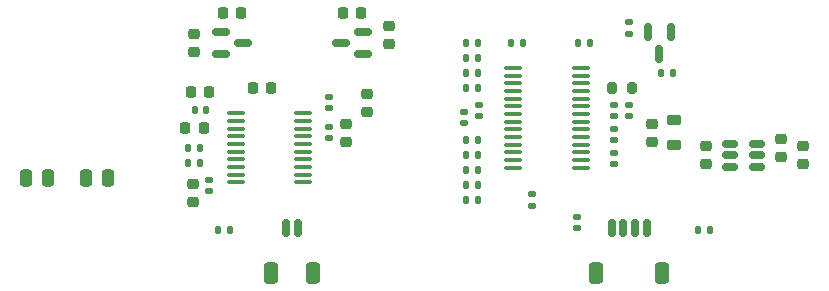
<source format=gtp>
G04 #@! TF.GenerationSoftware,KiCad,Pcbnew,6.0.2+dfsg-1*
G04 #@! TF.CreationDate,2023-05-24T16:56:29-05:00*
G04 #@! TF.ProjectId,dac-attack,6461632d-6174-4746-9163-6b2e6b696361,2023a*
G04 #@! TF.SameCoordinates,Original*
G04 #@! TF.FileFunction,Paste,Top*
G04 #@! TF.FilePolarity,Positive*
%FSLAX46Y46*%
G04 Gerber Fmt 4.6, Leading zero omitted, Abs format (unit mm)*
G04 Created by KiCad (PCBNEW 6.0.2+dfsg-1) date 2023-05-24 16:56:29*
%MOMM*%
%LPD*%
G01*
G04 APERTURE LIST*
G04 Aperture macros list*
%AMRoundRect*
0 Rectangle with rounded corners*
0 $1 Rounding radius*
0 $2 $3 $4 $5 $6 $7 $8 $9 X,Y pos of 4 corners*
0 Add a 4 corners polygon primitive as box body*
4,1,4,$2,$3,$4,$5,$6,$7,$8,$9,$2,$3,0*
0 Add four circle primitives for the rounded corners*
1,1,$1+$1,$2,$3*
1,1,$1+$1,$4,$5*
1,1,$1+$1,$6,$7*
1,1,$1+$1,$8,$9*
0 Add four rect primitives between the rounded corners*
20,1,$1+$1,$2,$3,$4,$5,0*
20,1,$1+$1,$4,$5,$6,$7,0*
20,1,$1+$1,$6,$7,$8,$9,0*
20,1,$1+$1,$8,$9,$2,$3,0*%
G04 Aperture macros list end*
%ADD10RoundRect,0.150000X-0.150000X-0.625000X0.150000X-0.625000X0.150000X0.625000X-0.150000X0.625000X0*%
%ADD11RoundRect,0.250000X-0.350000X-0.650000X0.350000X-0.650000X0.350000X0.650000X-0.350000X0.650000X0*%
%ADD12RoundRect,0.135000X0.135000X0.185000X-0.135000X0.185000X-0.135000X-0.185000X0.135000X-0.185000X0*%
%ADD13RoundRect,0.140000X-0.170000X0.140000X-0.170000X-0.140000X0.170000X-0.140000X0.170000X0.140000X0*%
%ADD14RoundRect,0.135000X-0.135000X-0.185000X0.135000X-0.185000X0.135000X0.185000X-0.135000X0.185000X0*%
%ADD15RoundRect,0.135000X-0.185000X0.135000X-0.185000X-0.135000X0.185000X-0.135000X0.185000X0.135000X0*%
%ADD16RoundRect,0.225000X-0.225000X-0.250000X0.225000X-0.250000X0.225000X0.250000X-0.225000X0.250000X0*%
%ADD17RoundRect,0.150000X-0.512500X-0.150000X0.512500X-0.150000X0.512500X0.150000X-0.512500X0.150000X0*%
%ADD18RoundRect,0.225000X0.225000X0.250000X-0.225000X0.250000X-0.225000X-0.250000X0.225000X-0.250000X0*%
%ADD19RoundRect,0.225000X0.250000X-0.225000X0.250000X0.225000X-0.250000X0.225000X-0.250000X-0.225000X0*%
%ADD20RoundRect,0.140000X0.170000X-0.140000X0.170000X0.140000X-0.170000X0.140000X-0.170000X-0.140000X0*%
%ADD21RoundRect,0.225000X-0.250000X0.225000X-0.250000X-0.225000X0.250000X-0.225000X0.250000X0.225000X0*%
%ADD22RoundRect,0.100000X-0.637500X-0.100000X0.637500X-0.100000X0.637500X0.100000X-0.637500X0.100000X0*%
%ADD23RoundRect,0.140000X0.140000X0.170000X-0.140000X0.170000X-0.140000X-0.170000X0.140000X-0.170000X0*%
%ADD24RoundRect,0.150000X-0.587500X-0.150000X0.587500X-0.150000X0.587500X0.150000X-0.587500X0.150000X0*%
%ADD25RoundRect,0.200000X0.200000X0.275000X-0.200000X0.275000X-0.200000X-0.275000X0.200000X-0.275000X0*%
%ADD26RoundRect,0.218750X-0.381250X0.218750X-0.381250X-0.218750X0.381250X-0.218750X0.381250X0.218750X0*%
%ADD27RoundRect,0.150000X-0.150000X0.587500X-0.150000X-0.587500X0.150000X-0.587500X0.150000X0.587500X0*%
%ADD28RoundRect,0.140000X-0.140000X-0.170000X0.140000X-0.170000X0.140000X0.170000X-0.140000X0.170000X0*%
%ADD29RoundRect,0.250000X0.250000X0.475000X-0.250000X0.475000X-0.250000X-0.475000X0.250000X-0.475000X0*%
%ADD30RoundRect,0.100000X0.637500X0.100000X-0.637500X0.100000X-0.637500X-0.100000X0.637500X-0.100000X0*%
%ADD31RoundRect,0.135000X0.185000X-0.135000X0.185000X0.135000X-0.185000X0.135000X-0.185000X-0.135000X0*%
%ADD32RoundRect,0.150000X0.587500X0.150000X-0.587500X0.150000X-0.587500X-0.150000X0.587500X-0.150000X0*%
%ADD33RoundRect,0.250000X-0.250000X-0.475000X0.250000X-0.475000X0.250000X0.475000X-0.250000X0.475000X0*%
G04 APERTURE END LIST*
D10*
X127770000Y-85503000D03*
X128770000Y-85503000D03*
D11*
X130070000Y-89378000D03*
X126470000Y-89378000D03*
D12*
X144020000Y-69850000D03*
X143000000Y-69850000D03*
D13*
X144145000Y-75085000D03*
X144145000Y-76045000D03*
D14*
X162685000Y-85725000D03*
X163705000Y-85725000D03*
D15*
X148590000Y-82675000D03*
X148590000Y-83695000D03*
D16*
X132575000Y-67310000D03*
X134125000Y-67310000D03*
D17*
X165365000Y-78425000D03*
X165365000Y-79375000D03*
X165365000Y-80325000D03*
X167640000Y-80325000D03*
X167640000Y-79375000D03*
X167640000Y-78425000D03*
D18*
X123965000Y-67310000D03*
X122415000Y-67310000D03*
D13*
X156845000Y-75085000D03*
X156845000Y-76045000D03*
D19*
X132842000Y-78245000D03*
X132842000Y-76695000D03*
D12*
X144020000Y-81915000D03*
X143000000Y-81915000D03*
X144020000Y-72390000D03*
X143000000Y-72390000D03*
X120525000Y-80010000D03*
X119505000Y-80010000D03*
D20*
X131445000Y-77950000D03*
X131445000Y-76990000D03*
D16*
X124955000Y-73660000D03*
X126505000Y-73660000D03*
D12*
X153545000Y-69850000D03*
X152525000Y-69850000D03*
D21*
X163327500Y-78600000D03*
X163327500Y-80150000D03*
D10*
X155345000Y-85503000D03*
X156345000Y-85503000D03*
X157345000Y-85503000D03*
X158345000Y-85503000D03*
D11*
X159645000Y-89378000D03*
X154045000Y-89378000D03*
D20*
X142875000Y-76680000D03*
X142875000Y-75720000D03*
D22*
X123502500Y-75815000D03*
X123502500Y-76465000D03*
X123502500Y-77115000D03*
X123502500Y-77765000D03*
X123502500Y-78415000D03*
X123502500Y-79065000D03*
X123502500Y-79715000D03*
X123502500Y-80365000D03*
X123502500Y-81015000D03*
X123502500Y-81665000D03*
X129227500Y-81665000D03*
X129227500Y-81015000D03*
X129227500Y-80365000D03*
X129227500Y-79715000D03*
X129227500Y-79065000D03*
X129227500Y-78415000D03*
X129227500Y-77765000D03*
X129227500Y-77115000D03*
X129227500Y-76465000D03*
X129227500Y-75815000D03*
D19*
X158750000Y-78245000D03*
X158750000Y-76695000D03*
D21*
X136525000Y-68440000D03*
X136525000Y-69990000D03*
D23*
X120990000Y-75565000D03*
X120030000Y-75565000D03*
D24*
X122252500Y-68900000D03*
X122252500Y-70800000D03*
X124127500Y-69850000D03*
D14*
X143000000Y-78105000D03*
X144020000Y-78105000D03*
D21*
X119888000Y-81775000D03*
X119888000Y-83325000D03*
D25*
X157035000Y-73660000D03*
X155385000Y-73660000D03*
D20*
X155575000Y-80109000D03*
X155575000Y-79149000D03*
D18*
X121285000Y-74041000D03*
X119735000Y-74041000D03*
D26*
X160655000Y-76407500D03*
X160655000Y-78532500D03*
D14*
X143000000Y-71120000D03*
X144020000Y-71120000D03*
D20*
X152400000Y-85570000D03*
X152400000Y-84610000D03*
D19*
X120015000Y-70625000D03*
X120015000Y-69075000D03*
D27*
X160335000Y-68912500D03*
X158435000Y-68912500D03*
X159385000Y-70787500D03*
D28*
X159540000Y-72390000D03*
X160500000Y-72390000D03*
D29*
X112710000Y-81280000D03*
X110810000Y-81280000D03*
D13*
X121285000Y-81435000D03*
X121285000Y-82395000D03*
D19*
X171582500Y-80150000D03*
X171582500Y-78600000D03*
D12*
X144020000Y-79375000D03*
X143000000Y-79375000D03*
D18*
X120790000Y-77089000D03*
X119240000Y-77089000D03*
D12*
X147830000Y-69850000D03*
X146810000Y-69850000D03*
X144020000Y-83185000D03*
X143000000Y-83185000D03*
X123065000Y-85725000D03*
X122045000Y-85725000D03*
X144020000Y-73660000D03*
X143000000Y-73660000D03*
D30*
X152722500Y-80425000D03*
X152722500Y-79775000D03*
X152722500Y-79125000D03*
X152722500Y-78475000D03*
X152722500Y-77825000D03*
X152722500Y-77175000D03*
X152722500Y-76525000D03*
X152722500Y-75875000D03*
X152722500Y-75225000D03*
X152722500Y-74575000D03*
X152722500Y-73925000D03*
X152722500Y-73275000D03*
X152722500Y-72625000D03*
X152722500Y-71975000D03*
X146997500Y-71975000D03*
X146997500Y-72625000D03*
X146997500Y-73275000D03*
X146997500Y-73925000D03*
X146997500Y-74575000D03*
X146997500Y-75225000D03*
X146997500Y-75875000D03*
X146997500Y-76525000D03*
X146997500Y-77175000D03*
X146997500Y-77825000D03*
X146997500Y-78475000D03*
X146997500Y-79125000D03*
X146997500Y-79775000D03*
X146997500Y-80425000D03*
D21*
X134620000Y-74155000D03*
X134620000Y-75705000D03*
D31*
X156845000Y-69090000D03*
X156845000Y-68070000D03*
D12*
X120525000Y-78740000D03*
X119505000Y-78740000D03*
D19*
X169677500Y-79515000D03*
X169677500Y-77965000D03*
D32*
X134287500Y-70800000D03*
X134287500Y-68900000D03*
X132412500Y-69850000D03*
D13*
X155575000Y-75085000D03*
X155575000Y-76045000D03*
D20*
X131445000Y-75410000D03*
X131445000Y-74450000D03*
X155575000Y-78077000D03*
X155575000Y-77117000D03*
D12*
X144020000Y-80645000D03*
X143000000Y-80645000D03*
D33*
X105730000Y-81280000D03*
X107630000Y-81280000D03*
M02*

</source>
